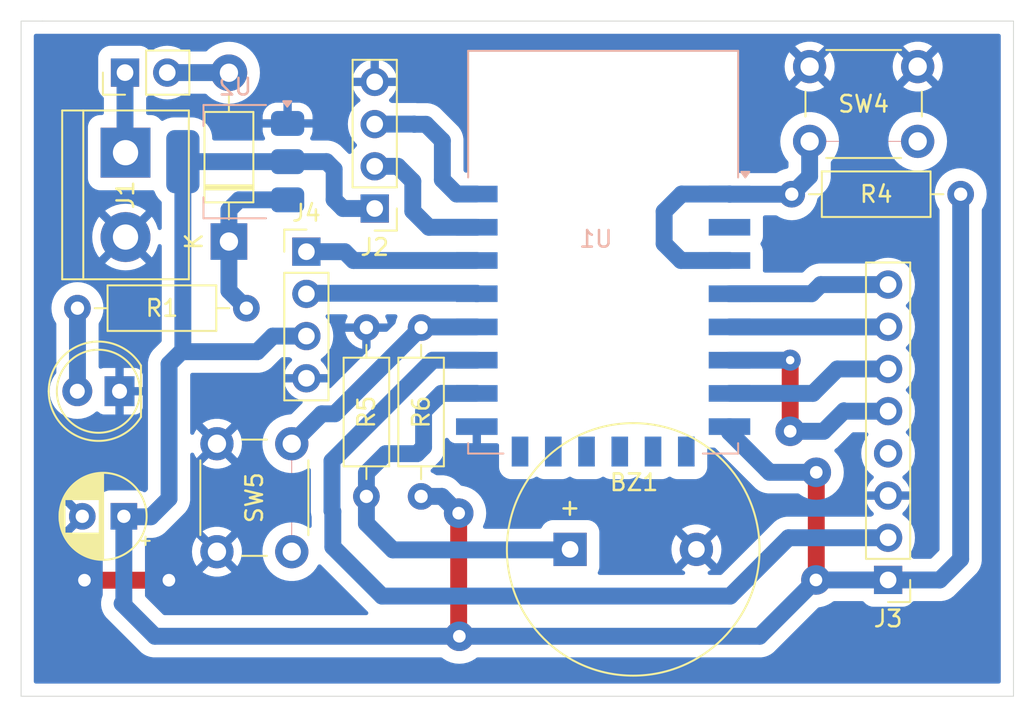
<source format=kicad_pcb>
(kicad_pcb (version 20240108) (generator "pcbnew") (generator_version "8.0")
  (layers (0 "F.Cu" signal) (31 "B.Cu" signal) (34 "B.Paste" user) (35 "F.Paste" user) (36 "B.SilkS" user "B.Silkscreen") (37 "F.SilkS" user "F.Silkscreen") (38 "B.Mask" user) (39 "F.Mask" user) (44 "Edge.Cuts" user))
  (net 0 "")
  (net 1 "Net-(BZ1-+)")
  (net 2 "GND")
  (net 3 "+BATT")
  (net 4 "+3V3")
  (net 5 "/SDA")
  (net 6 "/SCL")
  (net 7 "Net-(SW4A-D)")
  (net 8 "Net-(SW5A-C)")
  (net 13 "Net-(J1-Pin_1)")
  (net 14 "/RXD")
  (net 15 "/TXD")
  (net 16 "/RST")
  (net 17 "/MISO")
  (net 18 "/SCK")
  (net 19 "/MOSI")
  (net 20 "/SS")
  (net 24 "Net-(D1-A)")
  (net 26 "Net-(D2-A)")
  (footprint "Resistor_THT:R_Axial_DIN0207_L6.3mm_D2.5mm_P10.16mm_Horizontal" (layer "F.Cu") (at 176.11 109.99 180)
    (property "Reference" "R1" (at 5.08 0 180) (layer "F.SilkS"))
    (property "Value" "470" (hide yes))
    (fp_line (start 9.12 0) (end 8.35 0) (stroke (width 0.12)) (layer "F.SilkS"))
    (fp_line (start 8.35 1.37) (end 8.35 -1.37) (stroke (width 0.12)) (layer "F.SilkS"))
    (fp_line (start 8.35 -1.37) (end 1.81 -1.37) (stroke (width 0.12)) (layer "F.SilkS"))
    (fp_line (start 1.81 1.37) (end 8.35 1.37) (stroke (width 0.12)) (layer "F.SilkS"))
    (fp_line (start 1.81 -1.37) (end 1.81 1.37) (stroke (width 0.12)) (layer "F.SilkS"))
    (fp_line (start 1.04 0) (end 1.81 0) (stroke (width 0.12)) (layer "F.SilkS"))
    (pad "1" thru_hole circle (at 0 0 180) (size 1.6 1.6) (drill 0.8) (layers "*.Cu" "*.Mask") (net 3 "+BATT"))
    (pad "2" thru_hole oval (at 10.16 0 180) (size 1.6 1.6) (drill 0.8) (layers "*.Cu" "*.Mask") (net 26 "Net-(D2-A)"))
  )
  (footprint "LED_THT:LED_D5.0mm_Clear" (layer "F.Cu") (at 168.48 114.99 180)
    (property "Reference" "D2" (hide yes))
    (property "Value" "LED")
    (fp_line (start -1.29 -1.545) (end -1.29 1.545) (stroke (width 0.12)) (layer "F.SilkS"))
    (fp_arc (start 4.26 -0.000462) (mid 2.072002 2.880433) (end -1.29 1.54483) (stroke (width 0.12)) (layer "F.SilkS"))
    (fp_arc (start -1.29 -1.54483) (mid 2.072002 -2.880433) (end 4.26 0.000462) (stroke (width 0.12)) (layer "F.SilkS"))
    (fp_circle (center 1.27 0) (end 3.77 0) (stroke (width 0.12)) (fill none) (layer "F.SilkS"))
    (pad "1" thru_hole rect (at 0 0 180) (size 1.8 1.8) (drill 0.9) (layers "*.Cu" "*.Mask") (net 2 "GND"))
    (pad "2" thru_hole circle (at 2.54 0 180) (size 1.8 1.8) (drill 0.9) (layers "*.Cu" "*.Mask") (net 26 "Net-(D2-A)"))
  )
  (footprint "Resistor_THT:R_Axial_DIN0207_L6.3mm_D2.5mm_P10.16mm_Horizontal" (layer "F.Cu") (at 186.62 121.32 90)
    (property "Reference" "R6" (at 5.08 0 270) (layer "F.SilkS"))
    (property "Value" "10k")
    (fp_line (start 8.35 -1.37) (end 1.81 -1.37) (stroke (width 0.12)) (layer "F.SilkS"))
    (fp_line (start 1.81 -1.37) (end 1.81 1.37) (stroke (width 0.12)) (layer "F.SilkS"))
    (fp_line (start 9.12 0) (end 8.35 0) (stroke (width 0.12)) (layer "F.SilkS"))
    (fp_line (start 1.04 0) (end 1.81 0) (stroke (width 0.12)) (layer "F.SilkS"))
    (fp_line (start 8.35 1.37) (end 8.35 -1.37) (stroke (width 0.12)) (layer "F.SilkS"))
    (fp_line (start 1.81 1.37) (end 8.35 1.37) (stroke (width 0.12)) (layer "F.SilkS"))
    (pad "1" thru_hole circle (at 0 0 90) (size 1.6 1.6) (drill 0.8) (layers "*.Cu" "*.Mask") (net 4 "+3V3"))
    (pad "2" thru_hole oval (at 10.16 0 90) (size 1.6 1.6) (drill 0.8) (layers "*.Cu" "*.Mask") (net 8 "Net-(SW5A-C)"))
  )
  (footprint "Connector_PinHeader_2.54mm:PinHeader_1x08_P2.54mm_Vertical" (layer "F.Cu") (at 214.71 126.35 180)
    (property "Reference" "J3" (at 0 -2.33 180) (layer "F.SilkS"))
    (property "Value" "RFID connector")
    (fp_line (start 1.33 1.27) (end 1.33 19.11) (stroke (width 0.12)) (layer "F.SilkS"))
    (fp_line (start -1.33 19.11) (end 1.33 19.11) (stroke (width 0.12)) (layer "F.SilkS"))
    (fp_line (start -1.33 1.27) (end 1.33 1.27) (stroke (width 0.12)) (layer "F.SilkS"))
    (fp_line (start -1.33 1.27) (end -1.33 19.11) (stroke (width 0.12)) (layer "F.SilkS"))
    (fp_line (start -1.33 0) (end -1.33 -1.33) (stroke (width 0.12)) (layer "F.SilkS"))
    (fp_line (start -1.33 -1.33) (end 0 -1.33) (stroke (width 0.12)) (layer "F.SilkS"))
    (pad "1" thru_hole rect (at 0 0 180) (size 1.7 1.7) (drill 1) (layers "*.Cu" "*.Mask") (net 4 "+3V3"))
    (pad "2" thru_hole oval (at 0 2.54 180) (size 1.7 1.7) (drill 1) (layers "*.Cu" "*.Mask") (net 16 "/RST"))
    (pad "3" thru_hole oval (at 0 5.08 180) (size 1.7 1.7) (drill 1) (layers "*.Cu" "*.Mask") (net 2 "GND"))
    (pad "4" thru_hole oval (at 0 7.62 180) (size 1.7 1.7) (drill 1) (layers "*.Cu" "*.Mask"))
    (pad "5" thru_hole oval (at 0 10.16 180) (size 1.7 1.7) (drill 1) (layers "*.Cu" "*.Mask") (net 17 "/MISO"))
    (pad "6" thru_hole oval (at 0 12.7 180) (size 1.7 1.7) (drill 1) (layers "*.Cu" "*.Mask") (net 19 "/MOSI"))
    (pad "7" thru_hole oval (at 0 15.24 180) (size 1.7 1.7) (drill 1) (layers "*.Cu" "*.Mask") (net 18 "/SCK"))
    (pad "8" thru_hole oval (at 0 17.78 180) (size 1.7 1.7) (drill 1) (layers "*.Cu" "*.Mask") (net 20 "/SS"))
  )
  (footprint "Diode_THT:D_DO-41_SOD81_P10.16mm_Horizontal" (layer "F.Cu") (at 175.06 105.98 90)
    (property "Reference" "D1" (hide yes))
    (property "Value" "1N4001")
    (fp_line (start 7.8 -1.47) (end 2.36 -1.47) (stroke (width 0.12)) (layer "F.SilkS"))
    (fp_line (start 3.38 -1.47) (end 3.38 1.47) (stroke (width 0.12)) (layer "F.SilkS"))
    (fp_line (start 3.26 -1.47) (end 3.26 1.47) (stroke (width 0.12)) (layer "F.SilkS"))
    (fp_line (start 3.14 -1.47) (end 3.14 1.47) (stroke (width 0.12)) (layer "F.SilkS"))
    (fp_line (start 2.36 -1.47) (end 2.36 1.47) (stroke (width 0.12)) (layer "F.SilkS"))
    (fp_line (start 8.82 0) (end 7.8 0) (stroke (width 0.12)) (layer "F.SilkS"))
    (fp_line (start 1.34 0) (end 2.36 0) (stroke (width 0.12)) (layer "F.SilkS"))
    (fp_line (start 7.8 1.47) (end 7.8 -1.47) (stroke (width 0.12)) (layer "F.SilkS"))
    (fp_line (start 2.36 1.47) (end 7.8 1.47) (stroke (width 0.12)) (layer "F.SilkS"))
    (fp_text user "K" (at 0 -2.1 270) (layer "F.SilkS"))
    (pad "1" thru_hole rect (at 0 0 90) (size 2.2 2.2) (drill 1.1) (layers "*.Cu" "*.Mask") (net 3 "+BATT"))
    (pad "2" thru_hole oval (at 10.16 0 90) (size 2.2 2.2) (drill 1.1) (layers "*.Cu" "*.Mask") (net 24 "Net-(D1-A)"))
  )
  (footprint "Resistor_THT:R_Axial_DIN0207_L6.3mm_D2.5mm_P10.16mm_Horizontal" (layer "F.Cu") (at 183.33 121.32 90)
    (property "Reference" "R5" (at 5.08 0 270) (layer "F.SilkS"))
    (property "Value" "10k")
    (fp_line (start 8.35 -1.37) (end 1.81 -1.37) (stroke (width 0.12)) (layer "F.SilkS"))
    (fp_line (start 1.81 -1.37) (end 1.81 1.37) (stroke (width 0.12)) (layer "F.SilkS"))
    (fp_line (start 9.12 0) (end 8.35 0) (stroke (width 0.12)) (layer "F.SilkS"))
    (fp_line (start 1.04 0) (end 1.81 0) (stroke (width 0.12)) (layer "F.SilkS"))
    (fp_line (start 8.35 1.37) (end 8.35 -1.37) (stroke (width 0.12)) (layer "F.SilkS"))
    (fp_line (start 1.81 1.37) (end 8.35 1.37) (stroke (width 0.12)) (layer "F.SilkS"))
    (pad "1" thru_hole circle (at 0 0 90) (size 1.6 1.6) (drill 0.8) (layers "*.Cu" "*.Mask") (net 1 "Net-(BZ1-+)"))
    (pad "2" thru_hole oval (at 10.16 0 90) (size 1.6 1.6) (drill 0.8) (layers "*.Cu" "*.Mask") (net 2 "GND"))
  )
  (footprint "Connector_PinHeader_2.54mm:PinHeader_1x02_P2.54mm_Vertical" (layer "F.Cu") (at 168.81 95.81 90)
    (property "Reference" "SW1" (hide yes))
    (property "Value" "SW_SPST" (hide yes))
    (fp_line (start -1.33 -1.33) (end 0 -1.33) (stroke (width 0.12)) (layer "F.SilkS"))
    (fp_line (start -1.33 0) (end -1.33 -1.33) (stroke (width 0.12)) (layer "F.SilkS"))
    (fp_line (start 1.33 1.27) (end 1.33 3.87) (stroke (width 0.12)) (layer "F.SilkS"))
    (fp_line (start -1.33 1.27) (end 1.33 1.27) (stroke (width 0.12)) (layer "F.SilkS"))
    (fp_line (start -1.33 1.27) (end -1.33 3.87) (stroke (width 0.12)) (layer "F.SilkS"))
    (fp_line (start -1.33 3.87) (end 1.33 3.87) (stroke (width 0.12)) (layer "F.SilkS"))
    (pad "1" thru_hole rect (at 0 0 90) (size 1.7 1.7) (drill 1) (layers "*.Cu" "*.Mask") (net 13 "Net-(J1-Pin_1)"))
    (pad "2" thru_hole oval (at 0 2.54 90) (size 1.7 1.7) (drill 1) (layers "*.Cu" "*.Mask") (net 24 "Net-(D1-A)"))
  )
  (footprint "Capacitor_THT:CP_Radial_D5.0mm_P2.50mm" (layer "F.Cu") (at 168.74 122.52 180)
    (property "Reference" "C3" (hide yes))
    (property "Value" "100uF")
    (fp_line (start 3.851 -0.284) (end 3.851 0.284) (stroke (width 0.12)) (layer "F.SilkS"))
    (fp_line (start 3.811 -0.518) (end 3.811 0.518) (stroke (width 0.12)) (layer "F.SilkS"))
    (fp_line (start 3.771 -0.677) (end 3.771 0.677) (stroke (width 0.12)) (layer "F.SilkS"))
    (fp_line (start 3.731 -0.805) (end 3.731 0.805) (stroke (width 0.12)) (layer "F.SilkS"))
    (fp_line (start 3.691 -0.915) (end 3.691 0.915) (stroke (width 0.12)) (layer "F.SilkS"))
    (fp_line (start 3.651 -1.011) (end 3.651 1.011) (stroke (width 0.12)) (layer "F.SilkS"))
    (fp_line (start 3.611 -1.098) (end 3.611 1.098) (stroke (width 0.12)) (layer "F.SilkS"))
    (fp_line (start 3.571 -1.178) (end 3.571 1.178) (stroke (width 0.12)) (layer "F.SilkS"))
    (fp_line (start 3.531 1.04) (end 3.531 1.251) (stroke (width 0.12)) (layer "F.SilkS"))
    (fp_line (start 3.531 -1.251) (end 3.531 -1.04) (stroke (width 0.12)) (layer "F.SilkS"))
    (fp_line (start 3.491 1.04) (end 3.491 1.319) (stroke (width 0.12)) (layer "F.SilkS"))
    (fp_line (start 3.491 -1.319) (end 3.491 -1.04) (stroke (width 0.12)) (layer "F.SilkS"))
    (fp_line (start 3.451 1.04) (end 3.451 1.383) (stroke (width 0.12)) (layer "F.SilkS"))
    (fp_line (start 3.451 -1.383) (end 3.451 -1.04) (stroke (width 0.12)) (layer "F.SilkS"))
    (fp_line (start 3.411 1.04) (end 3.411 1.443) (stroke (width 0.12)) (layer "F.SilkS"))
    (fp_line (start 3.411 -1.443) (end 3.411 -1.04) (stroke (width 0.12)) (layer "F.SilkS"))
    (fp_line (start 3.371 1.04) (end 3.371 1.5) (stroke (width 0.12)) (layer "F.SilkS"))
    (fp_line (start 3.371 -1.5) (end 3.371 -1.04) (stroke (width 0.12)) (layer "F.SilkS"))
    (fp_line (start 3.331 1.04) (end 3.331 1.554) (stroke (width 0.12)) (layer "F.SilkS"))
    (fp_line (start 3.331 -1.554) (end 3.331 -1.04) (stroke (width 0.12)) (layer "F.SilkS"))
    (fp_line (start 3.291 1.04) (end 3.291 1.605) (stroke (width 0.12)) (layer "F.SilkS"))
    (fp_line (start 3.291 -1.605) (end 3.291 -1.04) (stroke (width 0.12)) (layer "F.SilkS"))
    (fp_line (start 3.251 1.04) (end 3.251 1.653) (stroke (width 0.12)) (layer "F.SilkS"))
    (fp_line (start 3.251 -1.653) (end 3.251 -1.04) (stroke (width 0.12)) (layer "F.SilkS"))
    (fp_line (start 3.211 1.04) (end 3.211 1.699) (stroke (width 0.12)) (layer "F.SilkS"))
    (fp_line (start 3.211 -1.699) (end 3.211 -1.04) (stroke (width 0.12)) (layer "F.SilkS"))
    (fp_line (start 3.171 1.04) (end 3.171 1.743) (stroke (width 0.12)) (layer "F.SilkS"))
    (fp_line (start 3.171 -1.743) (end 3.171 -1.04) (stroke (width 0.12)) (layer "F.SilkS"))
    (fp_line (start 3.131 1.04) (end 3.131 1.785) (stroke (width 0.12)) (layer "F.SilkS"))
    (fp_line (start 3.131 -1.785) (end 3.131 -1.04) (stroke (width 0.12)) (layer "F.SilkS"))
    (fp_line (start 3.091 1.04) (end 3.091 1.826) (stroke (width 0.12)) (layer "F.SilkS"))
    (fp_line (start 3.091 -1.826) (end 3.091 -1.04) (stroke (width 0.12)) (layer "F.SilkS"))
    (fp_line (start 3.051 1.04) (end 3.051 1.864) (stroke (width 0.12)) (layer "F.SilkS"))
    (fp_line (start 3.051 -1.864) (end 3.051 -1.04) (stroke (width 0.12)) (layer "F.SilkS"))
    (fp_line (start 3.011 1.04) (end 3.011 1.901) (stroke (width 0.12)) (layer "F.SilkS"))
    (fp_line (start 3.011 -1.901) (end 3.011 -1.04) (stroke (width 0.12)) (layer "F.SilkS"))
    (fp_line (start 2.971 1.04) (end 2.971 1.937) (stroke (width 0.12)) (layer "F.SilkS"))
    (fp_line (start 2.971 -1.937) (end 2.971 -1.04) (stroke (width 0.12)) (layer "F.SilkS"))
    (fp_line (start 2.931 1.04) (end 2.931 1.971) (stroke (width 0.12)) (layer "F.SilkS"))
    (fp_line (start 2.931 -1.971) (end 2.931 -1.04) (stroke (width 0.12)) (layer "F.SilkS"))
    (fp_line (start 2.891 1.04) (end 2.891 2.004) (stroke (width 0.12)) (layer "F.SilkS"))
    (fp_line (start 2.891 -2.004) (end 2.891 -1.04) (stroke (width 0.12)) (layer "F.SilkS"))
    (fp_line (start 2.851 1.04) (end 2.851 2.035) (stroke (width 0.12)) (layer "F.SilkS"))
    (fp_line (start 2.851 -2.035) (end 2.851 -1.04) (stroke (width 0.12)) (layer "F.SilkS"))
    (fp_line (start 2.811 1.04) (end 2.811 2.065) (stroke (width 0.12)) (layer "F.SilkS"))
    (fp_line (start 2.811 -2.065) (end 2.811 -1.04) (stroke (width 0.12)) (layer "F.SilkS"))
    (fp_line (start 2.771 1.04) (end 2.771 2.095) (stroke (width 0.12)) (layer "F.SilkS"))
    (fp_line (start 2.771 -2.095) (end 2.771 -1.04) (stroke (width 0.12)) (layer "F.SilkS"))
    (fp_line (start 2.731 1.04) (end 2.731 2.122) (stroke (width 0.12)) (layer "F.SilkS"))
    (fp_line (start 2.731 -2.122) (end 2.731 -1.04) (stroke (width 0.12)) (layer "F.SilkS"))
    (fp_line (start 2.691 1.04) (end 2.691 2.149) (stroke (width 0.12)) (layer "F.SilkS"))
    (fp_line (start 2.691 -2.149) (end 2.691 -1.04) (stroke (width 0.12)) (layer "F.SilkS"))
    (fp_line (start 2.651 1.04) (end 2.651 2.175) (stroke (width 0.12)) (layer "F.SilkS"))
    (fp_line (start 2.651 -2.175) (end 2.651 -1.04) (stroke (width 0.12)) (layer "F.SilkS"))
    (fp_line (start 2.611 1.04) (end 2.611 2.2) (stroke (width 0.12)) (layer "F.SilkS"))
    (fp_line (start 2.611 -2.2) (end 2.611 -1.04) (stroke (width 0.12)) (layer "F.SilkS"))
    (fp_line (start 2.571 1.04) (end 2.571 2.224) (stroke (width 0.12)) (layer "F.SilkS"))
    (fp_line (start 2.571 -2.224) (end 2.571 -1.04) (stroke (width 0.12)) (layer "F.SilkS"))
    (fp_line (start 2.531 1.04) (end 2.531 2.247) (stroke (width 0.12)) (layer "F.SilkS"))
    (fp_line (start 2.531 -2.247) (end 2.531 -1.04) (stroke (width 0.12)) (layer "F.SilkS"))
    (fp_line (start 2.491 1.04) (end 2.491 2.268) (stroke (width 0.12)) (layer "F.SilkS"))
    (fp_line (start 2.491 -2.268) (end 2.491 -1.04) (stroke (width 0.12)) (layer "F.SilkS"))
    (fp_line (start 2.451 1.04) (end 2.451 2.29) (stroke (width 0.12)) (layer "F.SilkS"))
    (fp_line (start 2.451 -2.29) (end 2.451 -1.04) (stroke (width 0.12)) (layer "F.SilkS"))
    (fp_line (start 2.411 1.04) (end 2.411 2.31) (stroke (width 0.12)) (layer "F.SilkS"))
    (fp_line (start 2.411 -2.31) (end 2.411 -1.04) (stroke (width 0.12)) (layer "F.SilkS"))
    (fp_line (start 2.371 1.04) (end 2.371 2.329) (stroke (width 0.12)) (layer "F.SilkS"))
    (fp_line (start 2.371 -2.329) (end 2.371 -1.04) (stroke (width 0.12)) (layer "F.SilkS"))
    (fp_line (start 2.331 1.04) (end 2.331 2.348) (stroke (width 0.12)) (layer "F.SilkS"))
    (fp_line (start 2.331 -2.348) (end 2.331 -1.04) (stroke (width 0.12)) (layer "F.SilkS"))
    (fp_line (start 2.291 1.04) (end 2.291 2.365) (stroke (width 0.12)) (layer "F.SilkS"))
    (fp_line (start 2.291 -2.365) (end 2.291 -1.04) (stroke (width 0.12)) (layer "F.SilkS"))
    (fp_line (start 2.251 1.04) (end 2.251 2.382) (stroke (width 0.12)) (layer "F.SilkS"))
    (fp_line (start 2.251 -2.382) (end 2.251 -1.04) (stroke (width 0.12)) (layer "F.SilkS"))
    (fp_line (start 2.211 1.04) (end 2.211 2.398) (stroke (width 0.12)) (layer "F.SilkS"))
    (fp_line (start 2.211 -2.398) (end 2.211 -1.04) (stroke (width 0.12)) (layer "F.SilkS"))
    (fp_line (start 2.171 1.04) (end 2.171 2.414) (stroke (width 0.12)) (layer "F.SilkS"))
    (fp_line (start 2.171 -2.414) (end 2.171 -1.04) (stroke (width 0.12)) (layer "F.SilkS"))
    (fp_line (start 2.131 1.04) (end 2.131 2.428) (stroke (width 0.12)) (layer "F.SilkS"))
    (fp_line (start 2.131 -2.428) (end 2.131 -1.04) (stroke (width 0.12)) (layer "F.SilkS"))
    (fp_line (start 2.091 1.04) (end 2.091 2.442) (stroke (width 0.12)) (layer "F.SilkS"))
    (fp_line (start 2.091 -2.442) (end 2.091 -1.04) (stroke (width 0.12)) (layer "F.SilkS"))
    (fp_line (start 2.051 1.04) (end 2.051 2.455) (stroke (width 0.12)) (layer "F.SilkS"))
    (fp_line (start 2.051 -2.455) (end 2.051 -1.04) (stroke (width 0.12)) (layer "F.SilkS"))
    (fp_line (start 2.011 1.04) (end 2.011 2.468) (stroke (width 0.12)) (layer "F.SilkS"))
    (fp_line (start 2.011 -2.468) (end 2.011 -1.04) (stroke (width 0.12)) (layer "F.SilkS"))
    (fp_line (start 1.971 1.04) (end 1.971 2.48) (stroke (width 0.12)) (layer "F.SilkS"))
    (fp_line (start 1.971 -2.48) (end 1.971 -1.04) (stroke (width 0.12)) (layer "F.SilkS"))
    (fp_line (start 1.93 1.04) (end 1.93 2.491) (stroke (width 0.12)) (layer "F.SilkS"))
    (fp_line (start 1.93 -2.491) (end 1.93 -1.04) (stroke (width 0.12)) (layer "F.SilkS"))
    (fp_line (start 1.89 1.04) (end 1.89 2.501) (stroke (width 0.12)) (layer "F.SilkS"))
    (fp_line (start 1.89 -2.501) (end 1.89 -1.04) (stroke (width 0.12)) (layer "F.SilkS"))
    (fp_line (start 1.85 1.04) (end 1.85 2.511) (stroke (width 0.12)) (layer "F.SilkS"))
    (fp_line (start 1.85 -2.511) (end 1.85 -1.04) (stroke (width 0.12)) (layer "F.SilkS"))
    (fp_line (start 1.81 1.04) (end 1.81 2.52) (stroke (width 0.12)) (layer "F.SilkS"))
    (fp_line (start 1.81 -2.52) (end 1.81 -1.04) (stroke (width 0.12)) (layer "F.SilkS"))
    (fp_line (start 1.77 1.04) (end 1.77 2.528) (stroke (width 0.12)) (layer "F.SilkS"))
    (fp_line (start 1.77 -2.528) (end 1.77 -1.04) (stroke (width 0.12)) (layer "F.SilkS"))
    (fp_line (start 1.73 1.04) (end 1.73 2.536) (stroke (width 0.12)) (layer "F.SilkS"))
    (fp_line (start 1.73 -2.536) (end 1.73 -1.04) (stroke (width 0.12)) (layer "F.SilkS"))
    (fp_line (start 1.69 1.04) (end 1.69 2.543) (stroke (width 0.12)) (layer "F.SilkS"))
    (fp_line (start 1.69 -2.543) (end 1.69 -1.04) (stroke (width 0.12)) (layer "F.SilkS"))
    (fp_line (start 1.65 1.04) (end 1.65 2.55) (stroke (width 0.12)) (layer "F.SilkS"))
    (fp_line (start 1.65 -2.55) (end 1.65 -1.04) (stroke (width 0.12)) (layer "F.SilkS"))
    (fp_line (start 1.61 1.04) (end 1.61 2.556) (stroke (width 0.12)) (layer "F.SilkS"))
    (fp_line (start 1.61 -2.556) (end 1.61 -1.04) (stroke (width 0.12)) (layer "F.SilkS"))
    (fp_line (start 1.57 1.04) (end 1.57 2.561) (stroke (width 0.12)) (layer "F.SilkS"))
    (fp_line (start 1.57 -2.561) (end 1.57 -1.04) (stroke (width 0.12)) (layer "F.SilkS"))
    (fp_line (start 1.53 1.04) (end 1.53 2.565) (stroke (width 0.12)) (layer "F.SilkS"))
    (fp_line (start 1.53 -2.565) (end 1.53 -1.04) (stroke (width 0.12)) (layer "F.SilkS"))
    (fp_line (start 1.49 1.04) (end 1.49 2.569) (stroke (width 0.12)) (layer "F.SilkS"))
    (fp_line (start 1.49 -2.569) (end 1.49 -1.04) (stroke (width 0.12)) (layer "F.SilkS"))
    (fp_line (start 1.45 -2.573) (end 1.45 2.573) (stroke (width 0.12)) (layer "F.SilkS"))
    (fp_line (start 1.41 -2.576) (end 1.41 2.576) (stroke (width 0.12)) (layer "F.SilkS"))
    (fp_line (start 1.37 -2.578) (end 1.37 2.578) (stroke (width 0.12)) (layer "F.SilkS"))
    (fp_line (start 1.33 -2.579) (end 1.33 2.579) (stroke (width 0.12)) (layer "F.SilkS"))
    (fp_line (start 1.29 -2.58) (end 1.29 2.58) (stroke (width 0.12)) (layer "F.SilkS"))
    (fp_line (start 1.25 -2.58) (end 1.25 2.58) (stroke (width 0.12)) (layer "F.SilkS"))
    (fp_line (start -1.304775 -1.725) (end -1.304775 -1.225) (stroke (width 0.12)) (layer "F.SilkS"))
    (fp_line (start -1.554775 -1.475) (end -1.054775 -1.475) (stroke (width 0.12)) (layer "F.SilkS"))
    (fp_circle (center 1.25 0) (end 3.87 0) (stroke (width 0.12)) (fill none) (layer "F.SilkS"))
    (pad "1" thru_hole rect (at 0 0 180) (size 1.6 1.6) (drill 0.8) (layers "*.Cu" "*.Mask") (net 4 "+3V3"))
    (pad "2" thru_hole circle (at 2.5 0 180) (size 1.6 1.6) (drill 0.8) (layers "*.Cu" "*.Mask") (net 2 "GND"))
  )
  (footprint "Button_Switch_THT:SW_PUSH_6mm" (layer "F.Cu") (at 178.84 118.15 -90)
    (property "Reference" "SW5" (at 3.25 2.25 90) (layer "F.SilkS"))
    (property "Value" "Mode")
    (fp_line (start 1 5.5) (end 5.5 5.5) (stroke (width 0.12)) (layer "F.SilkS"))
    (fp_line (start 6.75 3) (end 6.75 1.5) (stroke (width 0.12)) (layer "F.SilkS"))
    (fp_line (start -0.25 1.5) (end -0.25 3) (stroke (width 0.12)) (layer "F.SilkS"))
    (fp_line (start 5.5 -1) (end 1 -1) (stroke (width 0.12)) (layer "F.SilkS"))
    (pad "1" thru_hole circle (at 0 0) (size 2 2) (drill 1.1) (layers "*.Cu" "*.Mask") (net 8 "Net-(SW5A-C)"))
    (pad "1" thru_hole circle (at 6.5 0) (size 2 2) (drill 1.1) (layers "*.Cu" "*.Mask") (net 8 "Net-(SW5A-C)"))
    (pad "2" thru_hole circle (at 0 4.5) (size 2 2) (drill 1.1) (layers "*.Cu" "*.Mask") (net 2 "GND"))
    (pad "2" thru_hole circle (at 6.5 4.5) (size 2 2) (drill 1.1) (layers "*.Cu" "*.Mask") (net 2 "GND"))
  )
  (footprint "Resistor_THT:R_Axial_DIN0207_L6.3mm_D2.5mm_P10.16mm_Horizontal" (layer "F.Cu") (at 208.915 103.13)
    (property "Reference" "R4" (at 5.08 0 0) (layer "F.SilkS"))
    (property "Value" "10k")
    (fp_line (start 1.04 0) (end 1.81 0) (stroke (width 0.12)) (layer "F.SilkS"))
    (fp_line (start 1.81 -1.37) (end 1.81 1.37) (stroke (width 0.12)) (layer "F.SilkS"))
    (fp_line (start 1.81 1.37) (end 8.35 1.37) (stroke (width 0.12)) (layer "F.SilkS"))
    (fp_line (start 8.35 -1.37) (end 1.81 -1.37) (stroke (width 0.12)) (layer "F.SilkS"))
    (fp_line (start 8.35 1.37) (end 8.35 -1.37) (stroke (width 0.12)) (layer "F.SilkS"))
    (fp_line (start 9.12 0) (end 8.35 0) (stroke (width 0.12)) (layer "F.SilkS"))
    (pad "1" thru_hole circle (at 0 0) (size 1.6 1.6) (drill 0.8) (layers "*.Cu" "*.Mask") (net 7 "Net-(SW4A-D)"))
    (pad "2" thru_hole oval (at 10.16 0) (size 1.6 1.6) (drill 0.8) (layers "*.Cu" "*.Mask") (net 4 "+3V3"))
  )
  (footprint "TerminalBlock:TerminalBlock_bornier-2_P5.08mm" (layer "F.Cu") (at 168.84 100.63 -90)
    (property "Reference" "J1" (at 2.54 0 90) (layer "F.SilkS"))
    (property "Value" "Battery")
    (fp_line (start -2.54 3.81) (end 7.62 3.81) (stroke (width 0.12)) (layer "F.SilkS"))
    (fp_line (start 7.62 3.81) (end 7.62 -3.81) (stroke (width 0.12)) (layer "F.SilkS"))
    (fp_line (start 7.62 2.54) (end -2.54 2.54) (stroke (width 0.12)) (layer "F.SilkS"))
    (fp_line (start -2.54 -3.81) (end -2.54 3.81) (stroke (width 0.12)) (layer "F.SilkS"))
    (fp_line (start 7.62 -3.81) (end -2.54 -3.81) (stroke (width 0.12)) (layer "F.SilkS"))
    (pad "1" thru_hole rect (at 0 0 270) (size 3 3) (drill 1.52) (layers "*.Cu" "*.Mask") (net 13 "Net-(J1-Pin_1)"))
    (pad "2" thru_hole circle (at 5.08 0 270) (size 3 3) (drill 1.52) (layers "*.Cu" "*.Mask") (net 2 "GND"))
  )
  (footprint "Buzzer_Beeper:Buzzer_15x7.5RM7.6" (layer "F.Cu") (at 195.58 124.51)
    (property "Reference" "BZ1" (at 3.85 -4.03 360) (layer "F.SilkS"))
    (property "Value" "Buzzer")
    (fp_circle (center 3.8 0) (end 11.4 0) (stroke (width 0.12)) (fill none) (layer "F.SilkS"))
    (fp_text user "+" (at -0.01 -2.54 360) (layer "F.SilkS"))
    (pad "1" thru_hole rect (at 0 0) (size 2 2) (drill 1) (layers "*.Cu" "*.Mask") (net 1 "Net-(BZ1-+)"))
    (pad "2" thru_hole circle (at 7.6 0) (size 2 2) (drill 1) (layers "*.Cu" "*.Mask") (net 2 "GND"))
  )
  (footprint "Connector_PinHeader_2.54mm:PinHeader_1x04_P2.54mm_Vertical" (layer "F.Cu") (at 183.83 103.99 180)
    (property "Reference" "J2" (at 0 -2.33 180) (layer "F.SilkS"))
    (property "Value" "Program")
    (fp_line (start 1.33 1.27) (end 1.33 8.95) (stroke (width 0.12)) (layer "F.SilkS"))
    (fp_line (start -1.33 8.95) (end 1.33 8.95) (stroke (width 0.12)) (layer "F.SilkS"))
    (fp_line (start -1.33 1.27) (end 1.33 1.27) (stroke (width 0.12)) (layer "F.SilkS"))
    (fp_line (start -1.33 1.27) (end -1.33 8.95) (stroke (width 0.12)) (layer "F.SilkS"))
    (fp_line (start -1.33 0) (end -1.33 -1.33) (stroke (width 0.12)) (layer "F.SilkS"))
    (fp_line (start -1.33 -1.33) (end 0 -1.33) (stroke (width 0.12)) (layer "F.SilkS"))
    (pad "1" thru_hole rect (at 0 0 180) (size 1.7 1.7) (drill 1) (layers "*.Cu" "*.Mask") (net 4 "+3V3"))
    (pad "2" thru_hole oval (at 0 2.54 180) (size 1.7 1.7) (drill 1) (layers "*.Cu" "*.Mask") (net 14 "/RXD"))
    (pad "3" thru_hole oval (at 0 5.08 180) (size 1.7 1.7) (drill 1) (layers "*.Cu" "*.Mask") (net 15 "/TXD"))
    (pad "4" thru_hole oval (at 0 7.62 180) (size 1.7 1.7) (drill 1) (layers "*.Cu" "*.Mask") (net 2 "GND"))
  )
  (footprint "Connector_PinHeader_2.54mm:PinHeader_1x04_P2.54mm_Vertical" (layer "F.Cu") (at 179.72 106.59)
    (property "Reference" "J4" (at 0 -2.33 0) (layer "F.SilkS"))
    (property "Value" "Display")
    (fp_line (start -1.33 -1.33) (end 0 -1.33) (stroke (width 0.12)) (layer "F.SilkS"))
    (fp_line (start -1.33 0) (end -1.33 -1.33) (stroke (width 0.12)) (layer "F.SilkS"))
    (fp_line (start -1.33 1.27) (end -1.33 8.95) (stroke (width 0.12)) (layer "F.SilkS"))
    (fp_line (start -1.33 1.27) (end 1.33 1.27) (stroke (width 0.12)) (layer "F.SilkS"))
    (fp_line (start -1.33 8.95) (end 1.33 8.95) (stroke (width 0.12)) (layer "F.SilkS"))
    (fp_line (start 1.33 1.27) (end 1.33 8.95) (stroke (width 0.12)) (layer "F.SilkS"))
    (pad "1" thru_hole rect (at 0 0) (size 1.7 1.7) (drill 1) (layers "*.Cu" "*.Mask") (net 6 "/SCL"))
    (pad "2" thru_hole oval (at 0 2.54) (size 1.7 1.7) (drill 1) (layers "*.Cu" "*.Mask") (net 5 "/SDA"))
    (pad "3" thru_hole oval (at 0 5.08) (size 1.7 1.7) (drill 1) (layers "*.Cu" "*.Mask") (net 4 "+3V3"))
    (pad "4" thru_hole oval (at 0 7.62) (size 1.7 1.7) (drill 1) (layers "*.Cu" "*.Mask") (net 2 "GND"))
  )
  (footprint "Button_Switch_THT:SW_PUSH_6mm" (layer "F.Cu") (at 209.99 95.45)
    (property "Reference" "SW4" (at 3.25 2.25 0) (layer "F.SilkS"))
    (property "Value" "Reset")
    (fp_line (start -0.25 1.5) (end -0.25 3) (stroke (width 0.12)) (layer "F.SilkS"))
    (fp_line (start 1 5.5) (end 5.5 5.5) (stroke (width 0.12)) (layer "F.SilkS"))
    (fp_line (start 5.5 -1) (end 1 -1) (stroke (width 0.12)) (layer "F.SilkS"))
    (fp_line (start 6.75 3) (end 6.75 1.5) (stroke (width 0.12)) (layer "F.SilkS"))
    (pad "1" thru_hole circle (at 0 0 90) (size 2 2) (drill 1.1) (layers "*.Cu" "*.Mask") (net 2 "GND"))
    (pad "1" thru_hole circle (at 6.5 0 90) (size 2 2) (drill 1.1) (layers "*.Cu" "*.Mask") (net 2 "GND"))
    (pad "2" thru_hole circle (at 0 4.5 90) (size 2 2) (drill 1.1) (layers "*.Cu" "*.Mask") (net 7 "Net-(SW4A-D)"))
    (pad "2" thru_hole circle (at 6.5 4.5 90) (size 2 2) (drill 1.1) (layers "*.Cu" "*.Mask") (net 7 "Net-(SW4A-D)"))
  )
  (footprint "Package_TO_SOT_SMD:SOT-223-3_TabPin2" (layer "B.Cu") (at 175.44 101.17 180)
    (property "Reference" "U2" (at 0 4.5 180) (layer "B.SilkS") (effects (justify mirror)))
    (property "Value" "AMS1117-3.3")
    (fp_line (start 1.91 3.41) (end -1.85 3.41) (stroke (width 0.12)) (layer "B.SilkS"))
    (fp_line (start 1.91 2.15) (end 1.91 3.41) (stroke (width 0.12)) (layer "B.SilkS"))
    (fp_line (start 1.91 -2.15) (end 1.91 -3.41) (stroke (width 0.12)) (layer "B.SilkS"))
    (fp_line (start 1.91 -3.41) (end -1.85 -3.41) (stroke (width 0.12)) (layer "B.SilkS"))
    (fp_poly (pts (xy -3.13 3.31) (xy -3.37 3.64) (xy -2.89 3.64) (xy -3.13 3.31)) (stroke (width 0.12)) (fill solid) (layer "B.SilkS"))
    (pad "1" smd roundrect (at -3.15 2.3 180) (size 2 1.5) (layers "B.Cu" "B.Paste" "B.Mask") (net 2 "GND"))
    (pad "2" smd roundrect (at -3.15 0 180) (size 2 1.5) (layers "B.Cu" "B.Paste" "B.Mask") (net 4 "+3V3"))
    (pad "2" smd roundrect (at 3.15 0 180) (size 2 3.8) (layers "B.Cu" "B.Paste" "B.Mask") (net 4 "+3V3"))
    (pad "3" smd roundrect (at -3.15 -2.3 180) (size 2 1.5) (layers "B.Cu" "B.Paste" "B.Mask") (net 3 "+BATT"))
  )
  (footprint "RF_Module:ESP-12E" (layer "B.Cu") (at 197.57 106.62 180)
    (property "Reference" "U1" (at 0.44 0.79 180) (layer "B.SilkS") (effects (justify mirror)))
    (property "Value" "ESP-12F")
    (fp_line (start 8.12 12.12) (end -8.12 12.12) (stroke (width 0.12)) (layer "B.SilkS"))
    (fp_line (start 8.12 4.5) (end 8.12 12.12) (stroke (width 0.12)) (layer "B.SilkS"))
    (fp_line (start 8.12 -12.12) (end 8.12 -11.5) (stroke (width 0.12)) (layer "B.SilkS"))
    (fp_line (start 6 -12.12) (end 8.12 -12.12) (stroke (width 0.12)) (layer "B.SilkS"))
    (fp_line (start -8.12 12.12) (end -8.12 4.5) (stroke (width 0.12)) (layer "B.SilkS"))
    (fp_line (start -8.12 -11.5) (end -8.12 -12.12) (stroke (width 0.12)) (layer "B.SilkS"))
    (fp_line (start -8.12 -12.12) (end -6 -12.12) (stroke (width 0.12)) (layer "B.SilkS"))
    (fp_poly (pts (xy -8.55 4.5) (xy -8.79 4.836) (xy -8.31 4.836) (xy -8.55 4.5)) (stroke (width 0.12)) (fill solid) (layer "B.SilkS"))
    (pad "1" smd rect (at -7.6 3.5 180) (size 2.5 1) (layers "B.Cu" "B.Paste" "B.Mask") (net 7 "Net-(SW4A-D)"))
    (pad "2" smd rect (at -7.6 1.5 180) (size 2.5 1) (layers "B.Cu" "B.Paste" "B.Mask"))
    (pad "3" smd rect (at -7.6 -0.5 180) (size 2.5 1) (layers "B.Cu" "B.Paste" "B.Mask") (net 7 "Net-(SW4A-D)"))
    (pad "4" smd rect (at -7.6 -2.5 180) (size 2.5 1) (layers "B.Cu" "B.Paste" "B.Mask") (net 20 "/SS"))
    (pad "5" smd rect (at -7.6 -4.5 180) (size 2.5 1) (layers "B.Cu" "B.Paste" "B.Mask") (net 18 "/SCK"))
    (pad "6" smd rect (at -7.6 -6.5 180) (size 2.5 1) (layers "B.Cu" "B.Paste" "B.Mask") (net 17 "/MISO"))
    (pad "7" smd rect (at -7.6 -8.5 180) (size 2.5 1) (layers "B.Cu" "B.Paste" "B.Mask") (net 19 "/MOSI"))
    (pad "8" smd rect (at -7.6 -10.5 180) (size 2.5 1) (layers "B.Cu" "B.Paste" "B.Mask") (net 4 "+3V3"))
    (pad "9" smd rect (at -5 -12 180) (size 1 1.8) (layers "B.Cu" "B.Paste" "B.Mask"))
    (pad "10" smd rect (at -3 -12 180) (size 1 1.8) (layers "B.Cu" "B.Paste" "B.Mask"))
    (pad "11" smd rect (at -1 -12 180) (size 1 1.8) (layers "B.Cu" "B.Paste" "B.Mask"))
    (pad "12" smd rect (at 1 -12 180) (size 1 1.8) (layers "B.Cu" "B.Paste" "B.Mask"))
    (pad "13" smd rect (at 3 -12 180) (size 1 1.8) (layers "B.Cu" "B.Paste" "B.Mask"))
    (pad "14" smd rect (at 5 -12 180) (size 1 1.8) (layers "B.Cu" "B.Paste" "B.Mask"))
    (pad "15" smd rect (at 7.6 -10.5 180) (size 2.5 1) (layers "B.Cu" "B.Paste" "B.Mask") (net 2 "GND"))
    (pad "16" smd rect (at 7.6 -8.5 180) (size 2.5 1) (layers "B.Cu" "B.Paste" "B.Mask") (net 1 "Net-(BZ1-+)"))
    (pad "17" smd rect (at 7.6 -6.5 180) (size 2.5 1) (layers "B.Cu" "B.Paste" "B.Mask") (net 16 "/RST"))
    (pad "18" smd rect (at 7.6 -4.5 180) (size 2.5 1) (layers "B.Cu" "B.Paste" "B.Mask") (net 8 "Net-(SW5A-C)"))
    (pad "19" smd rect (at 7.6 -2.5 180) (size 2.5 1) (layers "B.Cu" "B.Paste" "B.Mask") (net 5 "/SDA"))
    (pad "20" smd rect (at 7.6 -0.5 180) (size 2.5 1) (layers "B.Cu" "B.Paste" "B.Mask") (net 6 "/SCL"))
    (pad "21" smd rect (at 7.6 1.5 180) (size 2.5 1) (layers "B.Cu" "B.Paste" "B.Mask") (net 14 "/RXD"))
    (pad "22" smd rect (at 7.6 3.5 180) (size 2.5 1) (layers "B.Cu" "B.Paste" "B.Mask") (net 15 "/TXD"))
    (zone (net 0) (net_name "") (layers "*.Cu") (connect_pads (clearance 0)) (min_thickness 0.254)
      (keepout (tracks not_allowed) (vias not_allowed) (pads not_allowed) (copperpour not_allowed) (footprints not_allowed))
      (fill (thermal_gap 0.508) (thermal_bridge_width 0.508))
      (polygon (pts (xy 205.69 101.82) (xy 189.45 101.82) (xy 189.45 94.5) (xy 205.69 94.5)))
    )
  )
  (gr_line (start 222.25 133.35) (end 162.56 133.35) (stroke (width 0.05)) (layer "Edge.Cuts"))
  (gr_line (start 162.56 133.35) (end 162.56 92.71) (stroke (width 0.05)) (layer "Edge.Cuts"))
  (gr_line (start 222.25 92.71) (end 222.25 133.35) (stroke (width 0.05)) (layer "Edge.Cuts"))
  (gr_line (start 162.56 92.71) (end 163.83 92.71) (stroke (width 0.05)) (layer "Edge.Cuts"))
  (gr_line (start 163.83 92.71) (end 222.25 92.71) (stroke (width 0.05)) (layer "Edge.Cuts"))
  (segment (start 186.77 118.35) (end 186.77 116.19) (width 1.016) (layer "B.Cu") (net 1))
  (segment (start 184.92 124.54) (end 183.33 122.95) (width 1.016) (layer "B.Cu") (net 1))
  (segment (start 183.33 121.32) (end 183.33 119.91) (width 1.016) (layer "B.Cu") (net 1))
  (segment (start 186.37 118.75) (end 186.77 118.35) (width 1.016) (layer "B.Cu") (net 1))
  (segment (start 187.84 115.12) (end 189.97 115.12) (width 1.016) (layer "B.Cu") (net 1))
  (segment (start 183.33 122.95) (end 183.33 121.32) (width 1.016) (layer "B.Cu") (net 1))
  (segment (start 184.49 118.75) (end 186.37 118.75) (width 1.016) (layer "B.Cu") (net 1))
  (segment (start 195.55 124.54) (end 184.92 124.54) (width 1.016) (layer "B.Cu") (net 1))
  (segment (start 186.77 116.19) (end 187.84 115.12) (width 1.016) (layer "B.Cu") (net 1))
  (segment (start 183.33 119.91) (end 184.49 118.75) (width 1.016) (layer "B.Cu") (net 1))
  (segment (start 171.45 126.365) (end 166.37 126.365) (width 1.016) (layer "F.Cu") (net 2))
  (via (at 166.37 126.365) (size 1.778) (drill 0.762) (layers "F.Cu" "B.Cu") (net 2))
  (via (at 171.45 126.365) (size 1.778) (drill 0.762) (layers "F.Cu" "B.Cu") (net 2))
  (segment (start 175.06 104.08) (end 175.06 105.98) (width 1.016) (layer "B.Cu") (net 3))
  (segment (start 178.59 103.47) (end 175.67 103.47) (width 1.016) (layer "B.Cu") (net 3))
  (segment (start 175.06 108.94) (end 176.11 109.99) (width 1.016) (layer "B.Cu") (net 3))
  (segment (start 175.67 103.47) (end 175.06 104.08) (width 1.016) (layer "B.Cu") (net 3))
  (segment (start 175.06 105.98) (end 175.06 108.94) (width 1.016) (layer "B.Cu") (net 3))
  (segment (start 210.39 119.87) (end 210.39 126.33) (width 1.016) (layer "F.Cu") (net 4))
  (segment (start 210.39 126.33) (end 210.37 126.35) (width 1.016) (layer "F.Cu") (net 4))
  (segment (start 188.88 129.7) (end 188.92 129.74) (width 1.016) (layer "F.Cu") (net 4))
  (segment (start 188.88 122.33) (end 188.88 129.7) (width 1.016) (layer "F.Cu") (net 4))
  (via (at 210.39 119.87) (size 1.778) (drill 0.762) (layers "F.Cu" "B.Cu") (net 4))
  (via (at 188.92 129.74) (size 1.778) (drill 0.762) (layers "F.Cu" "B.Cu") (net 4))
  (via (at 210.37 126.35) (size 1.778) (drill 0.762) (layers "F.Cu" "B.Cu") (net 4))
  (via (at 188.88 122.33) (size 1.778) (drill 0.762) (layers "F.Cu" "B.Cu") (net 4))
  (segment (start 207.41 119.7) (end 207.58 119.87) (width 1.016) (layer "B.Cu") (net 4))
  (segment (start 219.075 125.095) (end 219.075 103.13) (width 1.016) (layer "B.Cu") (net 4))
  (segment (start 181.39 103.46) (end 181.39 101.63) (width 1.016) (layer "B.Cu") (net 4))
  (segment (start 206.98 129.74) (end 188.92 129.74) (width 1.016) (layer "B.Cu") (net 4))
  (segment (start 181.92 103.99) (end 181.39 103.46) (width 1.016) (layer "B.Cu") (net 4))
  (segment (start 172.29 101.17) (end 172.29 112.52) (width 1.016) (layer "B.Cu") (net 4))
  (segment (start 180.93 101.17) (end 178.59 101.17) (width 1.016) (layer "B.Cu") (net 4))
  (segment (start 168.77 122.55) (end 168.74 122.52) (width 1.016) (layer "B.Cu") (net 4))
  (segment (start 171.46 121.45) (end 170.36 122.55) (width 1.016) (layer "B.Cu") (net 4))
  (segment (start 207.58 119.87) (end 210.39 119.87) (width 1.016) (layer "B.Cu") (net 4))
  (segment (start 170.61 129.74) (end 168.64 127.77) (width 1.016) (layer "B.Cu") (net 4))
  (segment (start 187.87 121.32) (end 188.88 122.33) (width 1.016) (layer "B.Cu") (net 4))
  (segment (start 181.39 101.63) (end 180.93 101.17) (width 1.016) (layer "B.Cu") (net 4))
  (segment (start 177.7 111.67) (end 179.72 111.67) (width 1.016) (layer "B.Cu") (net 4))
  (segment (start 188.92 129.74) (end 170.61 129.74) (width 1.016) (layer "B.Cu") (net 4))
  (segment (start 172.38 112.61) (end 176.76 112.61) (width 1.016) (layer "B.Cu") (net 4))
  (segment (start 170.36 122.55) (end 168.77 122.55) (width 1.016) (layer "B.Cu") (net 4))
  (segment (start 172.29 112.52) (end 172.38 112.61) (width 1.016) (layer "B.Cu") (net 4))
  (segment (start 214.71 126.35) (end 210.37 126.35) (width 1.016) (layer "B.Cu") (net 4))
  (segment (start 168.74 127.67) (end 168.74 122.52) (width 1.016) (layer "B.Cu") (net 4))
  (segment (start 205.17 117.12) (end 205.17 117.46) (width 1.016) (layer "B.Cu") (net 4))
  (segment (start 168.64 127.77) (end 168.74 127.67) (width 1.016) (layer "B.Cu") (net 4))
  (segment (start 214.71 126.35) (end 217.82 126.35) (width 1.016) (layer "B.Cu") (net 4))
  (segment (start 176.76 112.61) (end 177.7 111.67) (width 1.016) (layer "B.Cu") (net 4))
  (segment (start 205.17 117.46) (end 207.41 119.7) (width 1.016) (layer "B.Cu") (net 4))
  (segment (start 210.37 126.35) (end 206.98 129.74) (width 1.016) (layer "B.Cu") (net 4))
  (segment (start 178.59 101.17) (end 172.29 101.17) (width 1.016) (layer "B.Cu") (net 4))
  (segment (start 171.46 113.35) (end 171.46 121.45) (width 1.016) (layer "B.Cu") (net 4))
  (segment (start 183.83 103.99) (end 181.92 103.99) (width 1.016) (layer "B.Cu") (net 4))
  (segment (start 186.62 121.32) (end 187.87 121.32) (width 1.016) (layer "B.Cu") (net 4))
  (segment (start 172.29 112.52) (end 171.46 113.35) (width 1.016) (layer "B.Cu") (net 4))
  (segment (start 217.82 126.35) (end 219.075 125.095) (width 1.016) (layer "B.Cu") (net 4))
  (segment (start 189.94 109.09) (end 179.76 109.09) (width 1.016) (layer "B.Cu") (net 5))
  (segment (start 189.97 109.12) (end 189.94 109.09) (width 1.016) (layer "B.Cu") (net 5))
  (segment (start 179.76 109.09) (end 179.72 109.13) (width 1.016) (layer "B.Cu") (net 5))
  (segment (start 182.55 107.12) (end 182.02 106.59) (width 1.016) (layer "B.Cu") (net 6))
  (segment (start 189.97 107.12) (end 182.55 107.12) (width 1.016) (layer "B.Cu") (net 6))
  (segment (start 182.02 106.59) (end 179.72 106.59) (width 1.016) (layer "B.Cu") (net 6))
  (segment (start 209.99 99.95) (end 216.49 99.95) (width 0.0254) (layer "F.Cu") (net 7))
  (segment (start 209.99 99.95) (end 209.99 102.055) (width 1.016) (layer "B.Cu") (net 7))
  (segment (start 205.18 103.13) (end 205.17 103.12) (width 1.016) (layer "B.Cu") (net 7))
  (segment (start 201.24 106.11) (end 202.25 107.12) (width 1.016) (layer "B.Cu") (net 7))
  (segment (start 202.29 103.12) (end 201.24 104.17) (width 1.016) (layer "B.Cu") (net 7))
  (segment (start 209.99 102.055) (end 208.915 103.13) (width 1.016) (layer "B.Cu") (net 7))
  (segment (start 201.24 104.17) (end 201.24 106.11) (width 1.016) (layer "B.Cu") (net 7))
  (segment (start 202.25 107.12) (end 205.17 107.12) (width 1.016) (layer "B.Cu") (net 7))
  (segment (start 208.915 103.13) (end 205.18 103.13) (width 1.016) (layer "B.Cu") (net 7))
  (segment (start 205.17 103.12) (end 202.29 103.12) (width 1.016) (layer "B.Cu") (net 7))
  (segment (start 178.84 118.15) (end 178.84 124.65) (width 0.0254) (layer "F.Cu") (net 8))
  (segment (start 181.43 116.35) (end 180.64 116.35) (width 1.016) (layer "B.Cu") (net 8))
  (segment (start 189.97 111.12) (end 186.66 111.12) (width 1.016) (layer "B.Cu") (net 8))
  (segment (start 186.66 111.12) (end 186.62 111.16) (width 1.016) (layer "B.Cu") (net 8))
  (segment (start 180.64 116.35) (end 178.84 118.15) (width 1.016) (layer "B.Cu") (net 8))
  (segment (start 186.62 111.16) (end 181.43 116.35) (width 1.016) (layer "B.Cu") (net 8))
  (segment (start 168.81 100.6) (end 168.84 100.63) (width 1.016) (layer "B.Cu") (net 13))
  (segment (start 168.81 95.81) (end 168.81 100.6) (width 1.016) (layer "B.Cu") (net 13))
  (segment (start 187.09 105.12) (end 189.97 105.12) (width 1.016) (layer "B.Cu") (net 14))
  (segment (start 185.22 101.45) (end 186.12 102.35) (width 1.016) (layer "B.Cu") (net 14))
  (segment (start 183.83 101.45) (end 185.22 101.45) (width 1.016) (layer "B.Cu") (net 14))
  (segment (start 186.12 102.35) (end 186.12 104.15) (width 1.016) (layer "B.Cu") (net 14))
  (segment (start 186.12 104.15) (end 187.09 105.12) (width 1.016) (layer "B.Cu") (net 14))
  (segment (start 188.76 103.12) (end 187.898 102.258) (width 1.016) (layer "B.Cu") (net 15))
  (segment (start 186.2 98.91) (end 183.83 98.91) (width 1.016) (layer "B.Cu") (net 15))
  (segment (start 187.898 102.258) (end 187.898 99.908) (width 1.016) (layer "B.Cu") (net 15))
  (segment (start 189.97 103.12) (end 188.76 103.12) (width 1.016) (layer "B.Cu") (net 15))
  (segment (start 186.21 98.92) (end 186.2 98.91) (width 1.016) (layer "B.Cu") (net 15))
  (segment (start 187.898 99.908) (end 186.91 98.92) (width 1.016) (layer "B.Cu") (net 15))
  (segment (start 186.91 98.92) (end 186.21 98.92) (width 1.016) (layer "B.Cu") (net 15))
  (segment (start 181.26 122.177423) (end 181.26 119.185528) (width 1.016) (layer "B.Cu") (net 16))
  (segment (start 181.31 122.227423) (end 181.26 122.177423) (width 1.016) (layer "B.Cu") (net 16))
  (segment (start 184.27 127.32) (end 181.31 124.36) (width 1.016) (layer "B.Cu") (net 16))
  (segment (start 181.31 124.36) (end 181.31 122.227423) (width 1.016) (layer "B.Cu") (net 16))
  (segment (start 208.72 123.81) (end 205.21 127.32) (width 1.016) (layer "B.Cu") (net 16))
  (segment (start 181.26 119.185528) (end 187.325528 113.12) (width 1.016) (layer "B.Cu") (net 16))
  (segment (start 205.21 127.32) (end 184.27 127.32) (width 1.016) (layer "B.Cu") (net 16))
  (segment (start 187.325528 113.12) (end 189.97 113.12) (width 1.016) (layer "B.Cu") (net 16))
  (segment (start 214.71 123.81) (end 208.72 123.81) (width 1.016) (layer "B.Cu") (net 16))
  (segment (start 208.82 113.12) (end 208.82 117.4) (width 1.016) (layer "F.Cu") (net 17))
  (via (at 208.82 113.12) (size 1.27) (drill 0.508) (layers "F.Cu" "B.Cu") (net 17))
  (via (at 208.82 117.4) (size 1.778) (drill 0.762) (layers "F.Cu" "B.Cu") (net 17))
  (segment (start 210.83 117.4) (end 212.06 116.17) (width 1.016) (layer "B.Cu") (net 17))
  (segment (start 205.17 113.12) (end 208.82 113.12) (width 1.016) (layer "B.Cu") (net 17))
  (segment (start 212.06 116.17) (end 212.08 116.19) (width 1.016) (layer "B.Cu") (net 17))
  (segment (start 212.08 116.19) (end 214.71 116.19) (width 1.016) (layer "B.Cu") (net 17))
  (segment (start 208.82 117.4) (end 210.83 117.4) (width 1.016) (layer "B.Cu") (net 17))
  (segment (start 214.7 111.12) (end 214.71 111.11) (width 1.016) (layer "B.Cu") (net 18))
  (segment (start 205.17 111.12) (end 214.7 111.12) (width 1.016) (layer "B.Cu") (net 18))
  (segment (start 210.19 115.12) (end 205.17 115.12) (width 1.016) (layer "B.Cu") (net 19))
  (segment (start 211.66 113.65) (end 210.19 115.12) (width 1.016) (layer "B.Cu") (net 19))
  (segment (start 214.71 113.65) (end 211.66 113.65) (width 1.016) (layer "B.Cu") (net 19))
  (segment (start 210.11 109.12) (end 210.66 108.57) (width 1.016) (layer "B.Cu") (net 20))
  (segment (start 210.66 108.57) (end 214.71 108.57) (width 1.016) (layer "B.Cu") (net 20))
  (segment (start 205.17 109.12) (end 210.11 109.12) (width 1.016) (layer "B.Cu") (net 20))
  (segment (start 171.35 95.81) (end 175.05 95.81) (width 1.016) (layer "B.Cu") (net 24))
  (segment (start 175.05 95.81) (end 175.06 95.82) (width 1.016) (layer "B.Cu") (net 24))
  (segment (start 165.95 114.98) (end 165.94 114.99) (width 1.016) (layer "B.Cu") (net 26))
  (segment (start 165.95 109.99) (end 165.95 114.98) (width 1.016) (layer "B.Cu") (net 26))
  (zone (net 2) (net_name "GND") (layer "B.Cu") (connect_pads (clearance 0.762)) (min_thickness 0.25) (fill yes (thermal_gap 0.5) (thermal_bridge_width 0.5))
    (polygon (pts (xy 161.29 91.44) (xy 222.885 91.44) (xy 222.885 133.985) (xy 161.29 133.985)))
  )
)
</source>
